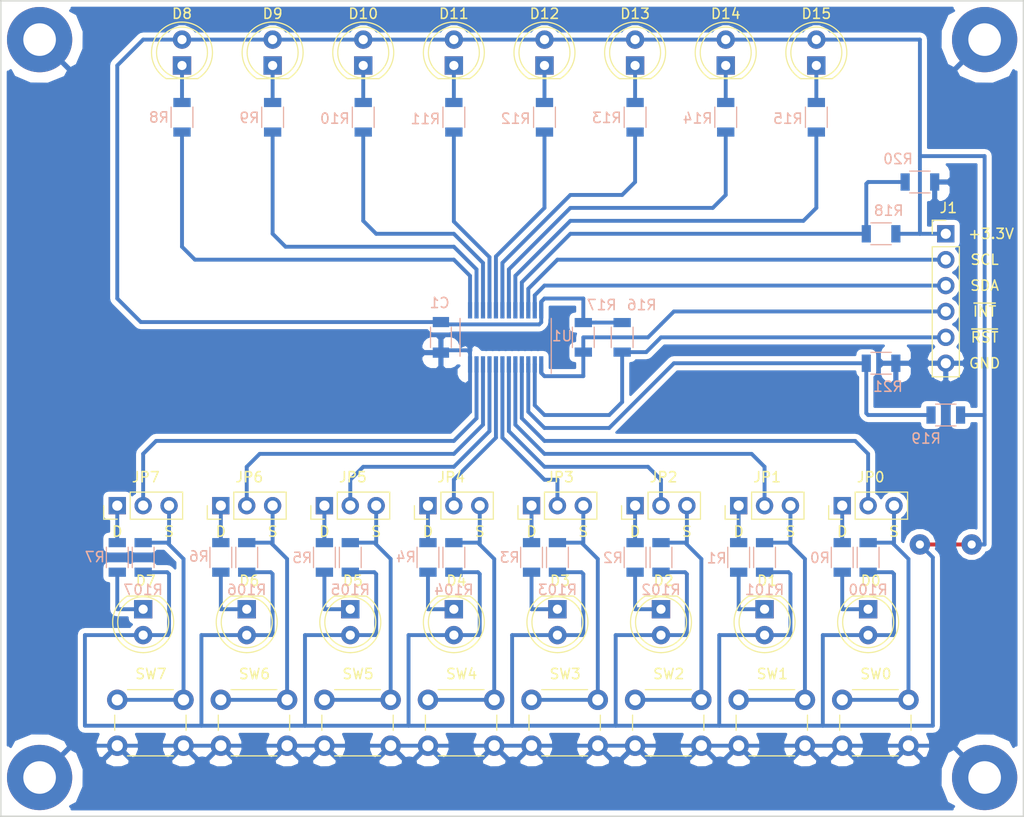
<source format=kicad_pcb>
(kicad_pcb (version 4) (host pcbnew 4.0.7+dfsg1-1)
  (title_block (title "MAX7325 Demo Board") (date 2018-04-07) (rev A) (company "Dark Engineering Initiative") (comment 1 "Author: Sam Protsenko <joe.skb7@gmail.com>"))
  (layers (0 F.Cu signal) (31 B.Cu signal) (34 B.Paste user hide) (35 F.Paste user hide) (36 B.SilkS user) (37 F.SilkS user) (38 B.Mask user hide) (39 F.Mask user hide) (44 Edge.Cuts user))
  (net 0 "")
  (net 1 +3V3)
  (net 2 GND)
  (net 3 "Net-(D0-Pad1)")
  (net 4 "Net-(D1-Pad1)")
  (net 5 "Net-(D2-Pad1)")
  (net 6 "Net-(D3-Pad1)")
  (net 7 "Net-(D4-Pad1)")
  (net 8 "Net-(D5-Pad1)")
  (net 9 "Net-(D6-Pad1)")
  (net 10 "Net-(D7-Pad1)")
  (net 11 "Net-(D8-Pad1)")
  (net 12 "Net-(D9-Pad1)")
  (net 13 "Net-(D10-Pad1)")
  (net 14 "Net-(D11-Pad1)")
  (net 15 "Net-(D12-Pad1)")
  (net 16 "Net-(D13-Pad1)")
  (net 17 "Net-(D14-Pad1)")
  (net 18 "Net-(D15-Pad1)")
  (net 19 /SCL)
  (net 20 /SDA)
  (net 21 /INT)
  (net 22 /RST)
  (net 23 "Net-(JP0-Pad1)")
  (net 24 /P0)
  (net 25 "Net-(JP0-Pad3)")
  (net 26 "Net-(JP1-Pad1)")
  (net 27 /P1)
  (net 28 "Net-(JP1-Pad3)")
  (net 29 "Net-(JP2-Pad1)")
  (net 30 /P2)
  (net 31 "Net-(JP2-Pad3)")
  (net 32 "Net-(JP3-Pad1)")
  (net 33 /P3)
  (net 34 "Net-(JP3-Pad3)")
  (net 35 "Net-(JP4-Pad1)")
  (net 36 /P4)
  (net 37 "Net-(JP4-Pad3)")
  (net 38 "Net-(JP5-Pad1)")
  (net 39 /P5)
  (net 40 "Net-(JP5-Pad3)")
  (net 41 "Net-(JP6-Pad1)")
  (net 42 /P6)
  (net 43 "Net-(JP6-Pad3)")
  (net 44 "Net-(JP7-Pad1)")
  (net 45 /P7)
  (net 46 "Net-(JP7-Pad3)")
  (net 47 /O8)
  (net 48 /O9)
  (net 49 /O10)
  (net 50 /O11)
  (net 51 /O12)
  (net 52 /O13)
  (net 53 /O14)
  (net 54 /O15)
  (net 55 "Net-(R18-Pad2)")
  (net 56 "Net-(R19-Pad2)")
  (module Pin_Headers:Pin_Header_Straight_1x06_Pitch2.54mm (layer F.Cu) (at 118.11 48.26)
    (fp_text reference J1 (at 0.254 -2.54) (layer F.SilkS))
    (fp_text value Conn_01x06)
    (pad 1 thru_hole rect (at 0 0) (size 1.7 1.7) (drill 1) (layers *.Cu *.Mask) (net 1 +3V3))
    (pad 2 thru_hole oval (at 0 2.54) (size 1.7 1.7) (drill 1) (layers *.Cu *.Mask) (net 19 /SCL))
    (pad 3 thru_hole oval (at 0 5.08) (size 1.7 1.7) (drill 1) (layers *.Cu *.Mask) (net 20 /SDA))
    (pad 4 thru_hole oval (at 0 7.62) (size 1.7 1.7) (drill 1) (layers *.Cu *.Mask) (net 21 /INT))
    (pad 5 thru_hole oval (at 0 10.16) (size 1.7 1.7) (drill 1) (layers *.Cu *.Mask) (net 22 /RST))
    (pad 6 thru_hole oval (at 0 12.7) (size 1.7 1.7) (drill 1) (layers *.Cu *.Mask) (net 2 GND))
  )
  (module Capacitors_SMD:C_1206 (layer B.Cu) (at 68.58 58.42 270)
    (fp_text reference C1 (at -3.3782 0.127 360) (layer B.SilkS) (effects (justify mirror)))
    (fp_text value 0.1uF)
    (pad 1 smd rect (at -1.5 0 270) (size 1 1.6) (layers B.Cu B.Paste B.Mask) (net 1 +3V3))
    (pad 2 smd rect (at 1.5 0 270) (size 1 1.6) (layers B.Cu B.Paste B.Mask) (net 2 GND))
  )
  (module LEDs:LED_D5.0mm (layer F.Cu) (at 110.49 85.09 270)
    (fp_text reference D0 (at -2.794 -0.254 360) (layer F.SilkS))
    (fp_text value LED)
    (pad 1 thru_hole rect (at 0 0 270) (size 1.8 1.8) (drill 0.9) (layers *.Cu *.Mask) (net 3 "Net-(D0-Pad1)"))
    (pad 2 thru_hole circle (at 2.54 0 270) (size 1.8 1.8) (drill 0.9) (layers *.Cu *.Mask) (net 1 +3V3))
  )
  (module LEDs:LED_D5.0mm (layer F.Cu) (at 100.33 85.09 270)
    (fp_text reference D1 (at -2.794 -0.254 360) (layer F.SilkS))
    (fp_text value LED)
    (pad 1 thru_hole rect (at 0 0 270) (size 1.8 1.8) (drill 0.9) (layers *.Cu *.Mask) (net 4 "Net-(D1-Pad1)"))
    (pad 2 thru_hole circle (at 2.54 0 270) (size 1.8 1.8) (drill 0.9) (layers *.Cu *.Mask) (net 1 +3V3))
  )
  (module LEDs:LED_D5.0mm (layer F.Cu) (at 90.17 85.09 270)
    (fp_text reference D2 (at -2.794 -0.254 360) (layer F.SilkS))
    (fp_text value LED)
    (pad 1 thru_hole rect (at 0 0 270) (size 1.8 1.8) (drill 0.9) (layers *.Cu *.Mask) (net 5 "Net-(D2-Pad1)"))
    (pad 2 thru_hole circle (at 2.54 0 270) (size 1.8 1.8) (drill 0.9) (layers *.Cu *.Mask) (net 1 +3V3))
  )
  (module LEDs:LED_D5.0mm (layer F.Cu) (at 80.01 85.09 270)
    (fp_text reference D3 (at -2.794 -0.254 360) (layer F.SilkS))
    (fp_text value LED)
    (pad 1 thru_hole rect (at 0 0 270) (size 1.8 1.8) (drill 0.9) (layers *.Cu *.Mask) (net 6 "Net-(D3-Pad1)"))
    (pad 2 thru_hole circle (at 2.54 0 270) (size 1.8 1.8) (drill 0.9) (layers *.Cu *.Mask) (net 1 +3V3))
  )
  (module LEDs:LED_D5.0mm (layer F.Cu) (at 69.85 85.09 270)
    (fp_text reference D4 (at -2.794 -0.254 360) (layer F.SilkS))
    (fp_text value LED)
    (pad 1 thru_hole rect (at 0 0 270) (size 1.8 1.8) (drill 0.9) (layers *.Cu *.Mask) (net 7 "Net-(D4-Pad1)"))
    (pad 2 thru_hole circle (at 2.54 0 270) (size 1.8 1.8) (drill 0.9) (layers *.Cu *.Mask) (net 1 +3V3))
  )
  (module LEDs:LED_D5.0mm (layer F.Cu) (at 59.69 85.09 270)
    (fp_text reference D5 (at -2.794 -0.254 360) (layer F.SilkS))
    (fp_text value LED)
    (pad 1 thru_hole rect (at 0 0 270) (size 1.8 1.8) (drill 0.9) (layers *.Cu *.Mask) (net 8 "Net-(D5-Pad1)"))
    (pad 2 thru_hole circle (at 2.54 0 270) (size 1.8 1.8) (drill 0.9) (layers *.Cu *.Mask) (net 1 +3V3))
  )
  (module LEDs:LED_D5.0mm (layer F.Cu) (at 49.53 85.09 270)
    (fp_text reference D6 (at -2.794 -0.254 360) (layer F.SilkS))
    (fp_text value LED)
    (pad 1 thru_hole rect (at 0 0 270) (size 1.8 1.8) (drill 0.9) (layers *.Cu *.Mask) (net 9 "Net-(D6-Pad1)"))
    (pad 2 thru_hole circle (at 2.54 0 270) (size 1.8 1.8) (drill 0.9) (layers *.Cu *.Mask) (net 1 +3V3))
  )
  (module LEDs:LED_D5.0mm (layer F.Cu) (at 39.37 85.09 270)
    (fp_text reference D7 (at -2.794 -0.254 360) (layer F.SilkS))
    (fp_text value LED)
    (pad 1 thru_hole rect (at 0 0 270) (size 1.8 1.8) (drill 0.9) (layers *.Cu *.Mask) (net 10 "Net-(D7-Pad1)"))
    (pad 2 thru_hole circle (at 2.54 0 270) (size 1.8 1.8) (drill 0.9) (layers *.Cu *.Mask) (net 1 +3V3))
  )
  (module LEDs:LED_D5.0mm (layer F.Cu) (at 43.18 31.75 90)
    (fp_text reference D8 (at 5.08 0 180) (layer F.SilkS))
    (fp_text value LED)
    (pad 1 thru_hole rect (at 0 0 90) (size 1.8 1.8) (drill 0.9) (layers *.Cu *.Mask) (net 11 "Net-(D8-Pad1)"))
    (pad 2 thru_hole circle (at 2.54 0 90) (size 1.8 1.8) (drill 0.9) (layers *.Cu *.Mask) (net 1 +3V3))
  )
  (module LEDs:LED_D5.0mm (layer F.Cu) (at 52.07 31.75 90)
    (fp_text reference D9 (at 5.08 0 180) (layer F.SilkS))
    (fp_text value LED)
    (pad 1 thru_hole rect (at 0 0 90) (size 1.8 1.8) (drill 0.9) (layers *.Cu *.Mask) (net 12 "Net-(D9-Pad1)"))
    (pad 2 thru_hole circle (at 2.54 0 90) (size 1.8 1.8) (drill 0.9) (layers *.Cu *.Mask) (net 1 +3V3))
  )
  (module LEDs:LED_D5.0mm (layer F.Cu) (at 60.96 31.75 90)
    (fp_text reference D10 (at 5.08 0 180) (layer F.SilkS))
    (fp_text value LED)
    (pad 1 thru_hole rect (at 0 0 90) (size 1.8 1.8) (drill 0.9) (layers *.Cu *.Mask) (net 13 "Net-(D10-Pad1)"))
    (pad 2 thru_hole circle (at 2.54 0 90) (size 1.8 1.8) (drill 0.9) (layers *.Cu *.Mask) (net 1 +3V3))
  )
  (module LEDs:LED_D5.0mm (layer F.Cu) (at 69.85 31.75 90)
    (fp_text reference D11 (at 5.08 0 180) (layer F.SilkS))
    (fp_text value LED)
    (pad 1 thru_hole rect (at 0 0 90) (size 1.8 1.8) (drill 0.9) (layers *.Cu *.Mask) (net 14 "Net-(D11-Pad1)"))
    (pad 2 thru_hole circle (at 2.54 0 90) (size 1.8 1.8) (drill 0.9) (layers *.Cu *.Mask) (net 1 +3V3))
  )
  (module LEDs:LED_D5.0mm (layer F.Cu) (at 78.74 31.75 90)
    (fp_text reference D12 (at 5.08 0 180) (layer F.SilkS))
    (fp_text value LED)
    (pad 1 thru_hole rect (at 0 0 90) (size 1.8 1.8) (drill 0.9) (layers *.Cu *.Mask) (net 15 "Net-(D12-Pad1)"))
    (pad 2 thru_hole circle (at 2.54 0 90) (size 1.8 1.8) (drill 0.9) (layers *.Cu *.Mask) (net 1 +3V3))
  )
  (module LEDs:LED_D5.0mm (layer F.Cu) (at 87.63 31.75 90)
    (fp_text reference D13 (at 5.08 0 180) (layer F.SilkS))
    (fp_text value LED)
    (pad 1 thru_hole rect (at 0 0 90) (size 1.8 1.8) (drill 0.9) (layers *.Cu *.Mask) (net 16 "Net-(D13-Pad1)"))
    (pad 2 thru_hole circle (at 2.54 0 90) (size 1.8 1.8) (drill 0.9) (layers *.Cu *.Mask) (net 1 +3V3))
  )
  (module LEDs:LED_D5.0mm (layer F.Cu) (at 96.52 31.75 90)
    (fp_text reference D14 (at 5.08 0 180) (layer F.SilkS))
    (fp_text value LED)
    (pad 1 thru_hole rect (at 0 0 90) (size 1.8 1.8) (drill 0.9) (layers *.Cu *.Mask) (net 17 "Net-(D14-Pad1)"))
    (pad 2 thru_hole circle (at 2.54 0 90) (size 1.8 1.8) (drill 0.9) (layers *.Cu *.Mask) (net 1 +3V3))
  )
  (module LEDs:LED_D5.0mm (layer F.Cu) (at 105.41 31.75 90)
    (fp_text reference D15 (at 5.08 0 180) (layer F.SilkS))
    (fp_text value LED)
    (pad 1 thru_hole rect (at 0 0 90) (size 1.8 1.8) (drill 0.9) (layers *.Cu *.Mask) (net 18 "Net-(D15-Pad1)"))
    (pad 2 thru_hole circle (at 2.54 0 90) (size 1.8 1.8) (drill 0.9) (layers *.Cu *.Mask) (net 1 +3V3))
  )
  (module Pin_Headers:Pin_Header_Straight_1x03_Pitch2.54mm (layer F.Cu) (at 107.95 74.93 90)
    (fp_text reference JP0 (at 2.794 2.794 180) (layer F.SilkS))
    (fp_text value Jumper_NC_Dual)
    (pad 1 thru_hole rect (at 0 0 90) (size 1.7 1.7) (drill 1) (layers *.Cu *.Mask) (net 23 "Net-(JP0-Pad1)"))
    (pad 2 thru_hole oval (at 0 2.54 90) (size 1.7 1.7) (drill 1) (layers *.Cu *.Mask) (net 24 /P0))
    (pad 3 thru_hole oval (at 0 5.08 90) (size 1.7 1.7) (drill 1) (layers *.Cu *.Mask) (net 25 "Net-(JP0-Pad3)"))
  )
  (module Pin_Headers:Pin_Header_Straight_1x03_Pitch2.54mm (layer F.Cu) (at 97.79 74.93 90)
    (fp_text reference JP1 (at 2.794 2.794 180) (layer F.SilkS))
    (fp_text value Jumper_NC_Dual)
    (pad 1 thru_hole rect (at 0 0 90) (size 1.7 1.7) (drill 1) (layers *.Cu *.Mask) (net 26 "Net-(JP1-Pad1)"))
    (pad 2 thru_hole oval (at 0 2.54 90) (size 1.7 1.7) (drill 1) (layers *.Cu *.Mask) (net 27 /P1))
    (pad 3 thru_hole oval (at 0 5.08 90) (size 1.7 1.7) (drill 1) (layers *.Cu *.Mask) (net 28 "Net-(JP1-Pad3)"))
  )
  (module Pin_Headers:Pin_Header_Straight_1x03_Pitch2.54mm (layer F.Cu) (at 87.63 74.93 90)
    (fp_text reference JP2 (at 2.794 2.794 180) (layer F.SilkS))
    (fp_text value Jumper_NC_Dual)
    (pad 1 thru_hole rect (at 0 0 90) (size 1.7 1.7) (drill 1) (layers *.Cu *.Mask) (net 29 "Net-(JP2-Pad1)"))
    (pad 2 thru_hole oval (at 0 2.54 90) (size 1.7 1.7) (drill 1) (layers *.Cu *.Mask) (net 30 /P2))
    (pad 3 thru_hole oval (at 0 5.08 90) (size 1.7 1.7) (drill 1) (layers *.Cu *.Mask) (net 31 "Net-(JP2-Pad3)"))
  )
  (module Pin_Headers:Pin_Header_Straight_1x03_Pitch2.54mm (layer F.Cu) (at 77.47 74.93 90)
    (fp_text reference JP3 (at 2.794 2.794 180) (layer F.SilkS))
    (fp_text value Jumper_NC_Dual)
    (pad 1 thru_hole rect (at 0 0 90) (size 1.7 1.7) (drill 1) (layers *.Cu *.Mask) (net 32 "Net-(JP3-Pad1)"))
    (pad 2 thru_hole oval (at 0 2.54 90) (size 1.7 1.7) (drill 1) (layers *.Cu *.Mask) (net 33 /P3))
    (pad 3 thru_hole oval (at 0 5.08 90) (size 1.7 1.7) (drill 1) (layers *.Cu *.Mask) (net 34 "Net-(JP3-Pad3)"))
  )
  (module Pin_Headers:Pin_Header_Straight_1x03_Pitch2.54mm (layer F.Cu) (at 67.31 74.93 90)
    (fp_text reference JP4 (at 2.794 2.286 180) (layer F.SilkS))
    (fp_text value Jumper_NC_Dual)
    (pad 1 thru_hole rect (at 0 0 90) (size 1.7 1.7) (drill 1) (layers *.Cu *.Mask) (net 35 "Net-(JP4-Pad1)"))
    (pad 2 thru_hole oval (at 0 2.54 90) (size 1.7 1.7) (drill 1) (layers *.Cu *.Mask) (net 36 /P4))
    (pad 3 thru_hole oval (at 0 5.08 90) (size 1.7 1.7) (drill 1) (layers *.Cu *.Mask) (net 37 "Net-(JP4-Pad3)"))
  )
  (module Pin_Headers:Pin_Header_Straight_1x03_Pitch2.54mm (layer F.Cu) (at 57.15 74.93 90)
    (fp_text reference JP5 (at 2.794 2.794 180) (layer F.SilkS))
    (fp_text value Jumper_NC_Dual)
    (pad 1 thru_hole rect (at 0 0 90) (size 1.7 1.7) (drill 1) (layers *.Cu *.Mask) (net 38 "Net-(JP5-Pad1)"))
    (pad 2 thru_hole oval (at 0 2.54 90) (size 1.7 1.7) (drill 1) (layers *.Cu *.Mask) (net 39 /P5))
    (pad 3 thru_hole oval (at 0 5.08 90) (size 1.7 1.7) (drill 1) (layers *.Cu *.Mask) (net 40 "Net-(JP5-Pad3)"))
  )
  (module Pin_Headers:Pin_Header_Straight_1x03_Pitch2.54mm (layer F.Cu) (at 46.99 74.93 90)
    (fp_text reference JP6 (at 2.794 2.794 180) (layer F.SilkS))
    (fp_text value Jumper_NC_Dual)
    (pad 1 thru_hole rect (at 0 0 90) (size 1.7 1.7) (drill 1) (layers *.Cu *.Mask) (net 41 "Net-(JP6-Pad1)"))
    (pad 2 thru_hole oval (at 0 2.54 90) (size 1.7 1.7) (drill 1) (layers *.Cu *.Mask) (net 42 /P6))
    (pad 3 thru_hole oval (at 0 5.08 90) (size 1.7 1.7) (drill 1) (layers *.Cu *.Mask) (net 43 "Net-(JP6-Pad3)"))
  )
  (module Pin_Headers:Pin_Header_Straight_1x03_Pitch2.54mm (layer F.Cu) (at 36.83 74.93 90)
    (fp_text reference JP7 (at 2.794 2.794 180) (layer F.SilkS))
    (fp_text value Jumper_NC_Dual)
    (pad 1 thru_hole rect (at 0 0 90) (size 1.7 1.7) (drill 1) (layers *.Cu *.Mask) (net 44 "Net-(JP7-Pad1)"))
    (pad 2 thru_hole oval (at 0 2.54 90) (size 1.7 1.7) (drill 1) (layers *.Cu *.Mask) (net 45 /P7))
    (pad 3 thru_hole oval (at 0 5.08 90) (size 1.7 1.7) (drill 1) (layers *.Cu *.Mask) (net 46 "Net-(JP7-Pad3)"))
  )
  (module Mounting_Holes:MountingHole_3.2mm_M3_Pad (layer F.Cu) (at 29.21 29.21)
    (fp_text reference MK1 hide)
    (fp_text value Mounting_Hole_PAD)
    (pad 1 thru_hole circle (at 0 0) (size 6.4 6.4) (drill 3.2) (layers *.Cu *.Mask) (net 2 GND))
  )
  (module Mounting_Holes:MountingHole_3.2mm_M3_Pad (layer F.Cu) (at 121.92 29.21)
    (fp_text reference MK2 hide)
    (fp_text value Mounting_Hole_PAD)
    (pad 1 thru_hole circle (at 0 0) (size 6.4 6.4) (drill 3.2) (layers *.Cu *.Mask) (net 2 GND))
  )
  (module Mounting_Holes:MountingHole_3.2mm_M3_Pad (layer F.Cu) (at 29.21 101.6)
    (fp_text reference MK3 hide)
    (fp_text value Mounting_Hole_PAD)
    (pad 1 thru_hole circle (at 0 0) (size 6.4 6.4) (drill 3.2) (layers *.Cu *.Mask) (net 2 GND))
  )
  (module Mounting_Holes:MountingHole_3.2mm_M3_Pad (layer F.Cu) (at 121.92 101.6)
    (fp_text reference MK4 hide)
    (fp_text value Mounting_Hole_PAD)
    (pad 1 thru_hole circle (at 0 0) (size 6.4 6.4) (drill 3.2) (layers *.Cu *.Mask) (net 2 GND))
  )
  (module Resistors_SMD:R_1206 (layer B.Cu) (at 107.95 80.01 270)
    (fp_text reference R0 (at 0.0381 2.1844 360) (layer B.SilkS) (effects (justify mirror)))
    (fp_text value 220R)
    (pad 1 smd rect (at -1.45 0 270) (size 0.9 1.7) (layers B.Cu B.Paste B.Mask) (net 23 "Net-(JP0-Pad1)"))
    (pad 2 smd rect (at 1.45 0 270) (size 0.9 1.7) (layers B.Cu B.Paste B.Mask) (net 3 "Net-(D0-Pad1)"))
  )
  (module Resistors_SMD:R_1206 (layer B.Cu) (at 97.79 80.01 270)
    (fp_text reference R1 (at 0.0762 2.159 360) (layer B.SilkS) (effects (justify mirror)))
    (fp_text value 220R)
    (pad 1 smd rect (at -1.45 0 270) (size 0.9 1.7) (layers B.Cu B.Paste B.Mask) (net 26 "Net-(JP1-Pad1)"))
    (pad 2 smd rect (at 1.45 0 270) (size 0.9 1.7) (layers B.Cu B.Paste B.Mask) (net 4 "Net-(D1-Pad1)"))
  )
  (module Resistors_SMD:R_1206 (layer B.Cu) (at 87.63 80.01 270)
    (fp_text reference R2 (at 0.0381 2.1717 360) (layer B.SilkS) (effects (justify mirror)))
    (fp_text value 220R)
    (pad 1 smd rect (at -1.45 0 270) (size 0.9 1.7) (layers B.Cu B.Paste B.Mask) (net 29 "Net-(JP2-Pad1)"))
    (pad 2 smd rect (at 1.45 0 270) (size 0.9 1.7) (layers B.Cu B.Paste B.Mask) (net 5 "Net-(D2-Pad1)"))
  )
  (module Resistors_SMD:R_1206 (layer B.Cu) (at 77.47 80.01 270)
    (fp_text reference R3 (at 0 2.1463 360) (layer B.SilkS) (effects (justify mirror)))
    (fp_text value 220R)
    (pad 1 smd rect (at -1.45 0 270) (size 0.9 1.7) (layers B.Cu B.Paste B.Mask) (net 32 "Net-(JP3-Pad1)"))
    (pad 2 smd rect (at 1.45 0 270) (size 0.9 1.7) (layers B.Cu B.Paste B.Mask) (net 6 "Net-(D3-Pad1)"))
  )
  (module Resistors_SMD:R_1206 (layer B.Cu) (at 67.31 80.01 270)
    (fp_text reference R4 (at -0.0381 2.159 360) (layer B.SilkS) (effects (justify mirror)))
    (fp_text value 220R)
    (pad 1 smd rect (at -1.45 0 270) (size 0.9 1.7) (layers B.Cu B.Paste B.Mask) (net 35 "Net-(JP4-Pad1)"))
    (pad 2 smd rect (at 1.45 0 270) (size 0.9 1.7) (layers B.Cu B.Paste B.Mask) (net 7 "Net-(D4-Pad1)"))
  )
  (module Resistors_SMD:R_1206 (layer B.Cu) (at 57.15 80.01 270)
    (fp_text reference R5 (at 0.0381 2.1717 360) (layer B.SilkS) (effects (justify mirror)))
    (fp_text value 220R)
    (pad 1 smd rect (at -1.45 0 270) (size 0.9 1.7) (layers B.Cu B.Paste B.Mask) (net 38 "Net-(JP5-Pad1)"))
    (pad 2 smd rect (at 1.45 0 270) (size 0.9 1.7) (layers B.Cu B.Paste B.Mask) (net 8 "Net-(D5-Pad1)"))
  )
  (module Resistors_SMD:R_1206 (layer B.Cu) (at 46.99 80.01 270)
    (fp_text reference R6 (at -0.1016 2.1463 360) (layer B.SilkS) (effects (justify mirror)))
    (fp_text value 220R)
    (pad 1 smd rect (at -1.45 0 270) (size 0.9 1.7) (layers B.Cu B.Paste B.Mask) (net 41 "Net-(JP6-Pad1)"))
    (pad 2 smd rect (at 1.45 0 270) (size 0.9 1.7) (layers B.Cu B.Paste B.Mask) (net 9 "Net-(D6-Pad1)"))
  )
  (module Resistors_SMD:R_1206 (layer B.Cu) (at 36.83 80.01 270)
    (fp_text reference R7 (at -0.0381 2.1971 360) (layer B.SilkS) (effects (justify mirror)))
    (fp_text value 220R)
    (pad 1 smd rect (at -1.45 0 270) (size 0.9 1.7) (layers B.Cu B.Paste B.Mask) (net 44 "Net-(JP7-Pad1)"))
    (pad 2 smd rect (at 1.45 0 270) (size 0.9 1.7) (layers B.Cu B.Paste B.Mask) (net 10 "Net-(D7-Pad1)"))
  )
  (module Resistors_SMD:R_1206 (layer B.Cu) (at 43.18 36.83 90)
    (fp_text reference R8 (at -0.0127 -2.2606 180) (layer B.SilkS) (effects (justify mirror)))
    (fp_text value 220R)
    (pad 1 smd rect (at -1.45 0 90) (size 0.9 1.7) (layers B.Cu B.Paste B.Mask) (net 47 /O8))
    (pad 2 smd rect (at 1.45 0 90) (size 0.9 1.7) (layers B.Cu B.Paste B.Mask) (net 11 "Net-(D8-Pad1)"))
  )
  (module Resistors_SMD:R_1206 (layer B.Cu) (at 52.07 36.83 90)
    (fp_text reference R9 (at -0.0508 -2.2733 180) (layer B.SilkS) (effects (justify mirror)))
    (fp_text value 220R)
    (pad 1 smd rect (at -1.45 0 90) (size 0.9 1.7) (layers B.Cu B.Paste B.Mask) (net 48 /O9))
    (pad 2 smd rect (at 1.45 0 90) (size 0.9 1.7) (layers B.Cu B.Paste B.Mask) (net 12 "Net-(D9-Pad1)"))
  )
  (module Resistors_SMD:R_1206 (layer B.Cu) (at 60.96 36.83 90)
    (fp_text reference R10 (at -0.127 -2.7813 180) (layer B.SilkS) (effects (justify mirror)))
    (fp_text value 220R)
    (pad 1 smd rect (at -1.45 0 90) (size 0.9 1.7) (layers B.Cu B.Paste B.Mask) (net 49 /O10))
    (pad 2 smd rect (at 1.45 0 90) (size 0.9 1.7) (layers B.Cu B.Paste B.Mask) (net 13 "Net-(D10-Pad1)"))
  )
  (module Resistors_SMD:R_1206 (layer B.Cu) (at 69.85 36.83 90)
    (fp_text reference R11 (at -0.16256 -2.794 180) (layer B.SilkS) (effects (justify mirror)))
    (fp_text value 220R)
    (pad 1 smd rect (at -1.45 0 90) (size 0.9 1.7) (layers B.Cu B.Paste B.Mask) (net 50 /O11))
    (pad 2 smd rect (at 1.45 0 90) (size 0.9 1.7) (layers B.Cu B.Paste B.Mask) (net 14 "Net-(D11-Pad1)"))
  )
  (module Resistors_SMD:R_1206 (layer B.Cu) (at 78.74 36.83 90)
    (fp_text reference R12 (at -0.13462 -2.82702 180) (layer B.SilkS) (effects (justify mirror)))
    (fp_text value 220R)
    (pad 1 smd rect (at -1.45 0 90) (size 0.9 1.7) (layers B.Cu B.Paste B.Mask) (net 51 /O12))
    (pad 2 smd rect (at 1.45 0 90) (size 0.9 1.7) (layers B.Cu B.Paste B.Mask) (net 15 "Net-(D12-Pad1)"))
  )
  (module Resistors_SMD:R_1206 (layer B.Cu) (at 87.63 36.83 90)
    (fp_text reference R13 (at -0.0508 -2.77622 180) (layer B.SilkS) (effects (justify mirror)))
    (fp_text value 220R)
    (pad 1 smd rect (at -1.45 0 90) (size 0.9 1.7) (layers B.Cu B.Paste B.Mask) (net 52 /O13))
    (pad 2 smd rect (at 1.45 0 90) (size 0.9 1.7) (layers B.Cu B.Paste B.Mask) (net 16 "Net-(D13-Pad1)"))
  )
  (module Resistors_SMD:R_1206 (layer B.Cu) (at 96.52 36.83 90)
    (fp_text reference R14 (at -0.10668 -2.75336 180) (layer B.SilkS) (effects (justify mirror)))
    (fp_text value 220R)
    (pad 1 smd rect (at -1.45 0 90) (size 0.9 1.7) (layers B.Cu B.Paste B.Mask) (net 53 /O14))
    (pad 2 smd rect (at 1.45 0 90) (size 0.9 1.7) (layers B.Cu B.Paste B.Mask) (net 17 "Net-(D14-Pad1)"))
  )
  (module Resistors_SMD:R_1206 (layer B.Cu) (at 105.41 36.83 90)
    (fp_text reference R15 (at -0.13462 -2.78638 180) (layer B.SilkS) (effects (justify mirror)))
    (fp_text value 220R)
    (pad 1 smd rect (at -1.45 0 90) (size 0.9 1.7) (layers B.Cu B.Paste B.Mask) (net 54 /O15))
    (pad 2 smd rect (at 1.45 0 90) (size 0.9 1.7) (layers B.Cu B.Paste B.Mask) (net 18 "Net-(D15-Pad1)"))
  )
  (module Resistors_SMD:R_1206 (layer B.Cu) (at 86.36 58.42 270)
    (fp_text reference R16 (at -3.175 -1.9177 360) (layer B.SilkS) (effects (justify mirror)))
    (fp_text value 10k)
    (pad 1 smd rect (at -1.45 0 270) (size 0.9 1.7) (layers B.Cu B.Paste B.Mask) (net 1 +3V3))
    (pad 2 smd rect (at 1.45 0 270) (size 0.9 1.7) (layers B.Cu B.Paste B.Mask) (net 22 /RST))
  )
  (module Resistors_SMD:R_1206 (layer B.Cu) (at 82.55 58.42 270)
    (fp_text reference R17 (at -3.175 -1.8034 360) (layer B.SilkS) (effects (justify mirror)))
    (fp_text value 10k)
    (pad 1 smd rect (at -1.45 0 270) (size 0.9 1.7) (layers B.Cu B.Paste B.Mask) (net 1 +3V3))
    (pad 2 smd rect (at 1.45 0 270) (size 0.9 1.7) (layers B.Cu B.Paste B.Mask) (net 21 /INT))
  )
  (module Resistors_SMD:R_1206 (layer B.Cu) (at 111.76 48.26 180)
    (fp_text reference R18 (at -0.7493 2.2733 180) (layer B.SilkS) (effects (justify mirror)))
    (fp_text value 0R)
    (pad 1 smd rect (at -1.45 0 180) (size 0.9 1.7) (layers B.Cu B.Paste B.Mask) (net 1 +3V3))
    (pad 2 smd rect (at 1.45 0 180) (size 0.9 1.7) (layers B.Cu B.Paste B.Mask) (net 55 "Net-(R18-Pad2)"))
  )
  (module Resistors_SMD:R_1206 (layer B.Cu) (at 118.11 66.04 180)
    (fp_text reference R19 (at 1.93548 -2.30124 180) (layer B.SilkS) (effects (justify mirror)))
    (fp_text value 0R)
    (pad 1 smd rect (at -1.45 0 180) (size 0.9 1.7) (layers B.Cu B.Paste B.Mask) (net 1 +3V3))
    (pad 2 smd rect (at 1.45 0 180) (size 0.9 1.7) (layers B.Cu B.Paste B.Mask) (net 56 "Net-(R19-Pad2)"))
  )
  (module Resistors_SMD:R_1206 (layer B.Cu) (at 115.57 43.18)
    (fp_text reference R20 (at -2.1463 -2.2606) (layer B.SilkS) (effects (justify mirror)))
    (fp_text value 0R)
    (pad 1 smd rect (at -1.45 0) (size 0.9 1.7) (layers B.Cu B.Paste B.Mask) (net 55 "Net-(R18-Pad2)"))
    (pad 2 smd rect (at 1.45 0) (size 0.9 1.7) (layers B.Cu B.Paste B.Mask) (net 2 GND))
  )
  (module Resistors_SMD:R_1206 (layer B.Cu) (at 111.76 60.96)
    (fp_text reference R21 (at 0.67056 2.29616) (layer B.SilkS) (effects (justify mirror)))
    (fp_text value 0R)
    (pad 1 smd rect (at -1.45 0) (size 0.9 1.7) (layers B.Cu B.Paste B.Mask) (net 56 "Net-(R19-Pad2)"))
    (pad 2 smd rect (at 1.45 0) (size 0.9 1.7) (layers B.Cu B.Paste B.Mask) (net 2 GND))
  )
  (module Buttons_Switches_THT:SW_PUSH_6mm (layer F.Cu) (at 107.95 93.98)
    (fp_text reference SW0 (at 3.302 -2.54) (layer F.SilkS))
    (fp_text value SW_Push)
    (pad 2 thru_hole circle (at 0 4.5 90) (size 2 2) (drill 1.1) (layers *.Cu *.Mask) (net 2 GND))
    (pad 1 thru_hole circle (at 0 0 90) (size 2 2) (drill 1.1) (layers *.Cu *.Mask) (net 25 "Net-(JP0-Pad3)"))
    (pad 2 thru_hole circle (at 6.5 4.5 90) (size 2 2) (drill 1.1) (layers *.Cu *.Mask) (net 2 GND))
    (pad 1 thru_hole circle (at 6.5 0 90) (size 2 2) (drill 1.1) (layers *.Cu *.Mask) (net 25 "Net-(JP0-Pad3)"))
  )
  (module Buttons_Switches_THT:SW_PUSH_6mm (layer F.Cu) (at 97.79 93.98)
    (fp_text reference SW1 (at 3.302 -2.54) (layer F.SilkS))
    (fp_text value SW_Push)
    (pad 2 thru_hole circle (at 0 4.5 90) (size 2 2) (drill 1.1) (layers *.Cu *.Mask) (net 2 GND))
    (pad 1 thru_hole circle (at 0 0 90) (size 2 2) (drill 1.1) (layers *.Cu *.Mask) (net 28 "Net-(JP1-Pad3)"))
    (pad 2 thru_hole circle (at 6.5 4.5 90) (size 2 2) (drill 1.1) (layers *.Cu *.Mask) (net 2 GND))
    (pad 1 thru_hole circle (at 6.5 0 90) (size 2 2) (drill 1.1) (layers *.Cu *.Mask) (net 28 "Net-(JP1-Pad3)"))
  )
  (module Buttons_Switches_THT:SW_PUSH_6mm (layer F.Cu) (at 87.63 93.98)
    (fp_text reference SW2 (at 3.302 -2.54) (layer F.SilkS))
    (fp_text value SW_Push)
    (pad 2 thru_hole circle (at 0 4.5 90) (size 2 2) (drill 1.1) (layers *.Cu *.Mask) (net 2 GND))
    (pad 1 thru_hole circle (at 0 0 90) (size 2 2) (drill 1.1) (layers *.Cu *.Mask) (net 31 "Net-(JP2-Pad3)"))
    (pad 2 thru_hole circle (at 6.5 4.5 90) (size 2 2) (drill 1.1) (layers *.Cu *.Mask) (net 2 GND))
    (pad 1 thru_hole circle (at 6.5 0 90) (size 2 2) (drill 1.1) (layers *.Cu *.Mask) (net 31 "Net-(JP2-Pad3)"))
  )
  (module Buttons_Switches_THT:SW_PUSH_6mm (layer F.Cu) (at 77.47 93.98)
    (fp_text reference SW3 (at 3.302 -2.54) (layer F.SilkS))
    (fp_text value SW_Push)
    (pad 2 thru_hole circle (at 0 4.5 90) (size 2 2) (drill 1.1) (layers *.Cu *.Mask) (net 2 GND))
    (pad 1 thru_hole circle (at 0 0 90) (size 2 2) (drill 1.1) (layers *.Cu *.Mask) (net 34 "Net-(JP3-Pad3)"))
    (pad 2 thru_hole circle (at 6.5 4.5 90) (size 2 2) (drill 1.1) (layers *.Cu *.Mask) (net 2 GND))
    (pad 1 thru_hole circle (at 6.5 0 90) (size 2 2) (drill 1.1) (layers *.Cu *.Mask) (net 34 "Net-(JP3-Pad3)"))
  )
  (module Buttons_Switches_THT:SW_PUSH_6mm (layer F.Cu) (at 67.31 93.98)
    (fp_text reference SW4 (at 3.302 -2.54) (layer F.SilkS))
    (fp_text value SW_Push)
    (pad 2 thru_hole circle (at 0 4.5 90) (size 2 2) (drill 1.1) (layers *.Cu *.Mask) (net 2 GND))
    (pad 1 thru_hole circle (at 0 0 90) (size 2 2) (drill 1.1) (layers *.Cu *.Mask) (net 37 "Net-(JP4-Pad3)"))
    (pad 2 thru_hole circle (at 6.5 4.5 90) (size 2 2) (drill 1.1) (layers *.Cu *.Mask) (net 2 GND))
    (pad 1 thru_hole circle (at 6.5 0 90) (size 2 2) (drill 1.1) (layers *.Cu *.Mask) (net 37 "Net-(JP4-Pad3)"))
  )
  (module Buttons_Switches_THT:SW_PUSH_6mm (layer F.Cu) (at 57.15 93.98)
    (fp_text reference SW5 (at 3.302 -2.54) (layer F.SilkS))
    (fp_text value SW_Push)
    (pad 2 thru_hole circle (at 0 4.5 90) (size 2 2) (drill 1.1) (layers *.Cu *.Mask) (net 2 GND))
    (pad 1 thru_hole circle (at 0 0 90) (size 2 2) (drill 1.1) (layers *.Cu *.Mask) (net 40 "Net-(JP5-Pad3)"))
    (pad 2 thru_hole circle (at 6.5 4.5 90) (size 2 2) (drill 1.1) (layers *.Cu *.Mask) (net 2 GND))
    (pad 1 thru_hole circle (at 6.5 0 90) (size 2 2) (drill 1.1) (layers *.Cu *.Mask) (net 40 "Net-(JP5-Pad3)"))
  )
  (module Buttons_Switches_THT:SW_PUSH_6mm (layer F.Cu) (at 46.99 93.98)
    (fp_text reference SW6 (at 3.302 -2.54) (layer F.SilkS))
    (fp_text value SW_Push)
    (pad 2 thru_hole circle (at 0 4.5 90) (size 2 2) (drill 1.1) (layers *.Cu *.Mask) (net 2 GND))
    (pad 1 thru_hole circle (at 0 0 90) (size 2 2) (drill 1.1) (layers *.Cu *.Mask) (net 43 "Net-(JP6-Pad3)"))
    (pad 2 thru_hole circle (at 6.5 4.5 90) (size 2 2) (drill 1.1) (layers *.Cu *.Mask) (net 2 GND))
    (pad 1 thru_hole circle (at 6.5 0 90) (size 2 2) (drill 1.1) (layers *.Cu *.Mask) (net 43 "Net-(JP6-Pad3)"))
  )
  (module Buttons_Switches_THT:SW_PUSH_6mm (layer F.Cu) (at 36.83 93.98)
    (fp_text reference SW7 (at 3.302 -2.54) (layer F.SilkS))
    (fp_text value SW_Push)
    (pad 2 thru_hole circle (at 0 4.5 90) (size 2 2) (drill 1.1) (layers *.Cu *.Mask) (net 2 GND))
    (pad 1 thru_hole circle (at 0 0 90) (size 2 2) (drill 1.1) (layers *.Cu *.Mask) (net 46 "Net-(JP7-Pad3)"))
    (pad 2 thru_hole circle (at 6.5 4.5 90) (size 2 2) (drill 1.1) (layers *.Cu *.Mask) (net 2 GND))
    (pad 1 thru_hole circle (at 6.5 0 90) (size 2 2) (drill 1.1) (layers *.Cu *.Mask) (net 46 "Net-(JP7-Pad3)"))
  )
  (module Housings_SSOP:QSOP-24_3.9x8.7mm_Pitch0.635mm (layer B.Cu) (at 74.93 58.42 90)
    (fp_text reference U1 (at 0.127 5.5372 180) (layer B.SilkS) (effects (justify mirror)))
    (fp_text value MAX7325AEG+)
    (pad 17 smd rect (at 2.6543 -0.9525 90) (size 1.6 0.41) (layers B.Cu B.Paste B.Mask) (net 51 /O12))
    (pad 18 smd rect (at 2.6543 -0.3175 90) (size 1.6 0.41) (layers B.Cu B.Paste B.Mask) (net 52 /O13))
    (pad 8 smd rect (at -2.6543 -0.9525 90) (size 1.6 0.41) (layers B.Cu B.Paste B.Mask) (net 36 /P4))
    (pad 7 smd rect (at -2.6543 -0.3175 90) (size 1.6 0.41) (layers B.Cu B.Paste B.Mask) (net 33 /P3))
    (pad 20 smd rect (at 2.6543 0.9525 90) (size 1.6 0.41) (layers B.Cu B.Paste B.Mask) (net 54 /O15))
    (pad 19 smd rect (at 2.6543 0.3175 90) (size 1.6 0.41) (layers B.Cu B.Paste B.Mask) (net 53 /O14))
    (pad 6 smd rect (at -2.6543 0.3175 90) (size 1.6 0.41) (layers B.Cu B.Paste B.Mask) (net 30 /P2))
    (pad 5 smd rect (at -2.6543 0.9525 90) (size 1.6 0.41) (layers B.Cu B.Paste B.Mask) (net 27 /P1))
    (pad 1 smd rect (at -2.6543 3.4925 90) (size 1.6 0.41) (layers B.Cu B.Paste B.Mask) (net 21 /INT))
    (pad 2 smd rect (at -2.6543 2.8575 90) (size 1.6 0.41) (layers B.Cu B.Paste B.Mask) (net 22 /RST))
    (pad 3 smd rect (at -2.6543 2.2225 90) (size 1.6 0.41) (layers B.Cu B.Paste B.Mask) (net 56 "Net-(R19-Pad2)"))
    (pad 4 smd rect (at -2.6543 1.5875 90) (size 1.6 0.41) (layers B.Cu B.Paste B.Mask) (net 24 /P0))
    (pad 9 smd rect (at -2.6543 -1.5875 90) (size 1.6 0.41) (layers B.Cu B.Paste B.Mask) (net 39 /P5))
    (pad 10 smd rect (at -2.6543 -2.2225 90) (size 1.6 0.41) (layers B.Cu B.Paste B.Mask) (net 42 /P6))
    (pad 11 smd rect (at -2.6543 -2.8575 90) (size 1.6 0.41) (layers B.Cu B.Paste B.Mask) (net 45 /P7))
    (pad 12 smd rect (at -2.6543 -3.4925 90) (size 1.6 0.41) (layers B.Cu B.Paste B.Mask) (net 2 GND))
    (pad 13 smd rect (at 2.6543 -3.4925 90) (size 1.6 0.41) (layers B.Cu B.Paste B.Mask) (net 47 /O8))
    (pad 14 smd rect (at 2.6543 -2.8575 90) (size 1.6 0.41) (layers B.Cu B.Paste B.Mask) (net 48 /O9))
    (pad 15 smd rect (at 2.6543 -2.2225 90) (size 1.6 0.41) (layers B.Cu B.Paste B.Mask) (net 49 /O10))
    (pad 16 smd rect (at 2.6543 -1.5875 90) (size 1.6 0.41) (layers B.Cu B.Paste B.Mask) (net 50 /O11))
    (pad 21 smd rect (at 2.6543 1.5875 90) (size 1.6 0.41) (layers B.Cu B.Paste B.Mask) (net 55 "Net-(R18-Pad2)"))
    (pad 22 smd rect (at 2.6543 2.2225 90) (size 1.6 0.41) (layers B.Cu B.Paste B.Mask) (net 19 /SCL))
    (pad 23 smd rect (at 2.6543 2.8575 90) (size 1.6 0.41) (layers B.Cu B.Paste B.Mask) (net 20 /SDA))
    (pad 24 smd rect (at 2.6543 3.4925 90) (size 1.6 0.41) (layers B.Cu B.Paste B.Mask) (net 1 +3V3))
  )
  (module Resistors_SMD:R_1206 (layer B.Cu) (at 110.49 80.01 90)
    (fp_text reference R100 (at -3.175 0 180) (layer B.SilkS) (effects (justify mirror)))
    (fp_text value 10k)
    (pad 1 smd rect (at -1.45 0 90) (size 0.9 1.7) (layers B.Cu B.Paste B.Mask) (net 1 +3V3))
    (pad 2 smd rect (at 1.45 0 90) (size 0.9 1.7) (layers B.Cu B.Paste B.Mask) (net 25 "Net-(JP0-Pad3)"))
  )
  (module Resistors_SMD:R_1206 (layer B.Cu) (at 100.33 80.01 90)
    (fp_text reference R101 (at -3.175 0 180) (layer B.SilkS) (effects (justify mirror)))
    (fp_text value 10k)
    (pad 1 smd rect (at -1.45 0 90) (size 0.9 1.7) (layers B.Cu B.Paste B.Mask) (net 1 +3V3))
    (pad 2 smd rect (at 1.45 0 90) (size 0.9 1.7) (layers B.Cu B.Paste B.Mask) (net 28 "Net-(JP1-Pad3)"))
  )
  (module Resistors_SMD:R_1206 (layer B.Cu) (at 90.17 80.01 90)
    (fp_text reference R102 (at -3.175 0 180) (layer B.SilkS) (effects (justify mirror)))
    (fp_text value 10k)
    (pad 1 smd rect (at -1.45 0 90) (size 0.9 1.7) (layers B.Cu B.Paste B.Mask) (net 1 +3V3))
    (pad 2 smd rect (at 1.45 0 90) (size 0.9 1.7) (layers B.Cu B.Paste B.Mask) (net 31 "Net-(JP2-Pad3)"))
  )
  (module Resistors_SMD:R_1206 (layer B.Cu) (at 80.01 80.01 90)
    (fp_text reference R103 (at -3.175 0 180) (layer B.SilkS) (effects (justify mirror)))
    (fp_text value 10k)
    (pad 1 smd rect (at -1.45 0 90) (size 0.9 1.7) (layers B.Cu B.Paste B.Mask) (net 1 +3V3))
    (pad 2 smd rect (at 1.45 0 90) (size 0.9 1.7) (layers B.Cu B.Paste B.Mask) (net 34 "Net-(JP3-Pad3)"))
  )
  (module Resistors_SMD:R_1206 (layer B.Cu) (at 69.85 80.01 90)
    (fp_text reference R104 (at -3.175 0 180) (layer B.SilkS) (effects (justify mirror)))
    (fp_text value 10k)
    (pad 1 smd rect (at -1.45 0 90) (size 0.9 1.7) (layers B.Cu B.Paste B.Mask) (net 1 +3V3))
    (pad 2 smd rect (at 1.45 0 90) (size 0.9 1.7) (layers B.Cu B.Paste B.Mask) (net 37 "Net-(JP4-Pad3)"))
  )
  (module Resistors_SMD:R_1206 (layer B.Cu) (at 59.69 80.01 90)
    (fp_text reference R105 (at -3.175 0 180) (layer B.SilkS) (effects (justify mirror)))
    (fp_text value 10k)
    (pad 1 smd rect (at -1.45 0 90) (size 0.9 1.7) (layers B.Cu B.Paste B.Mask) (net 1 +3V3))
    (pad 2 smd rect (at 1.45 0 90) (size 0.9 1.7) (layers B.Cu B.Paste B.Mask) (net 40 "Net-(JP5-Pad3)"))
  )
  (module Resistors_SMD:R_1206 (layer B.Cu) (at 49.53 80.01 90)
    (fp_text reference R106 (at -3.175 0 180) (layer B.SilkS) (effects (justify mirror)))
    (fp_text value 10k)
    (pad 1 smd rect (at -1.45 0 90) (size 0.9 1.7) (layers B.Cu B.Paste B.Mask) (net 1 +3V3))
    (pad 2 smd rect (at 1.45 0 90) (size 0.9 1.7) (layers B.Cu B.Paste B.Mask) (net 43 "Net-(JP6-Pad3)"))
  )
  (module Resistors_SMD:R_1206 (layer B.Cu) (at 39.37 80.01 90)
    (fp_text reference R107 (at -3.175 0 180) (layer B.SilkS) (effects (justify mirror)))
    (fp_text value 10k)
    (pad 1 smd rect (at -1.45 0 90) (size 0.9 1.7) (layers B.Cu B.Paste B.Mask) (net 1 +3V3))
    (pad 2 smd rect (at 1.45 0 90) (size 0.9 1.7) (layers B.Cu B.Paste B.Mask) (net 46 "Net-(JP7-Pad3)"))
  )
  (gr_line (start 25.4 25.4) (end 125.73 25.4) (angle 90) (layer Edge.Cuts) (width 0.15))
  (gr_text S (at 113.03 77.47) (layer F.SilkS) (effects (font (size 1 1))))
  (gr_text D (at 107.95 77.47) (layer F.SilkS) (effects (font (size 1 1))))
  (gr_text S (at 102.87 77.47) (layer F.SilkS) (effects (font (size 1 1))))
  (gr_text D (at 97.79 77.47) (layer F.SilkS) (effects (font (size 1 1))))
  (gr_text S (at 92.71 77.47) (layer F.SilkS) (effects (font (size 1 1))))
  (gr_text D (at 87.63 77.47) (layer F.SilkS) (effects (font (size 1 1))))
  (gr_text S (at 82.55 77.47) (layer F.SilkS) (effects (font (size 1 1))))
  (gr_text D (at 77.47 77.47) (layer F.SilkS) (effects (font (size 1 1))))
  (gr_text S (at 72.39 77.47) (layer F.SilkS) (effects (font (size 1 1))))
  (gr_text D (at 67.31 77.47) (layer F.SilkS) (effects (font (size 1 1))))
  (gr_text S (at 62.23 77.47) (layer F.SilkS) (effects (font (size 1 1))))
  (gr_text D (at 57.15 77.47) (layer F.SilkS) (effects (font (size 1 1))))
  (gr_text S (at 52.07 77.47) (layer F.SilkS) (effects (font (size 1 1))))
  (gr_text D (at 46.99 77.47) (layer F.SilkS) (effects (font (size 1 1))))
  (gr_text S (at 41.91 77.47) (layer F.SilkS) (effects (font (size 1 1))))
  (gr_text D (at 36.83 77.47) (layer F.SilkS) (effects (font (size 1 1))))
  (gr_text GND (at 121.92 60.96) (layer F.SilkS) (effects (font (size 1 1))))
  (gr_text ~RST (at 121.92 58.42) (layer F.SilkS) (effects (font (size 1 1))))
  (gr_text ~INT (at 121.92 55.88) (layer F.SilkS) (effects (font (size 1 1))))
  (gr_text SDA (at 121.92 53.34) (layer F.SilkS) (effects (font (size 1 1))))
  (gr_text SCL (at 121.92 50.8) (layer F.SilkS) (effects (font (size 1 1))))
  (gr_text +3.3V (at 122.555 48.26) (layer F.SilkS) (effects (font (size 1 1))))
  (gr_line (start 25.4 105.41) (end 25.4 25.4) (angle 90) (layer Edge.Cuts) (width 0.15))
  (gr_line (start 125.73 105.41) (end 25.4 105.41) (angle 90) (layer Edge.Cuts) (width 0.15))
  (gr_line (start 125.73 25.4) (end 125.73 105.41) (angle 90) (layer Edge.Cuts) (width 0.15))
  (segment (start 68.58 56.92) (end 39.14 56.92) (width 0.381) (layer B.Cu) (net 1))
  (segment (start 39.37 29.21) (end 43.18 29.21) (width 0.381) (layer B.Cu) (net 1))
  (segment (start 36.83 31.75) (end 39.37 29.21) (width 0.381) (layer B.Cu) (net 1))
  (segment (start 36.83 54.61) (end 36.83 31.75) (width 0.381) (layer B.Cu) (net 1))
  (segment (start 39.14 56.92) (end 36.83 54.61) (width 0.381) (layer B.Cu) (net 1))
  (segment (start 69.85 81.46) (end 72.21 81.46) (width 0.381) (layer B.Cu) (net 1))
  (segment (start 72.39 87.63) (end 69.85 87.63) (width 0.381) (layer B.Cu) (net 1))
  (segment (start 72.39 81.64) (end 72.39 87.63) (width 0.381) (layer B.Cu) (net 1))
  (segment (start 72.21 81.46) (end 72.39 81.64) (width 0.381) (layer B.Cu) (net 1))
  (segment (start 82.55 56.97) (end 82.55 54.61) (width 0.381) (layer B.Cu) (net 1))
  (segment (start 82.55 56.97) (end 83.781 56.97) (width 0.381) (layer B.Cu) (net 1))
  (segment (start 83.781 56.97) (end 86.36 56.97) (width 0.381) (layer B.Cu) (net 1))
  (segment (start 78.4225 55.7657) (end 78.4225 54.9275) (width 0.381) (layer B.Cu) (net 1))
  (segment (start 78.74 54.61) (end 82.55 54.61) (width 0.381) (layer B.Cu) (net 1))
  (segment (start 78.4225 54.9275) (end 78.74 54.61) (width 0.381) (layer B.Cu) (net 1))
  (segment (start 120.65 78.74) (end 121.92 78.74) (width 0.381) (layer B.Cu) (net 1))
  (via (at 120.65 78.74) (size 2) (drill 0.8) (layers F.Cu B.Cu) (net 1))
  (segment (start 115.57 78.74) (end 120.65 78.74) (width 0.381) (layer F.Cu) (net 1))
  (via (at 115.57 78.74) (size 2) (drill 0.8) (layers F.Cu B.Cu) (net 1))
  (segment (start 116.84 80.01) (end 115.57 78.74) (width 0.381) (layer B.Cu) (net 1))
  (segment (start 116.84 96.52) (end 116.84 80.01) (width 0.381) (layer B.Cu) (net 1))
  (segment (start 106.045 96.52) (end 116.84 96.52) (width 0.381) (layer B.Cu) (net 1))
  (segment (start 121.92 78.74) (end 121.92 66.04) (width 0.381) (layer B.Cu) (net 1))
  (segment (start 80.01 81.46) (end 82.37 81.46) (width 0.381) (layer B.Cu) (net 1))
  (segment (start 82.55 87.63) (end 80.01 87.63) (width 0.381) (layer B.Cu) (net 1))
  (segment (start 82.55 81.64) (end 82.55 87.63) (width 0.381) (layer B.Cu) (net 1))
  (segment (start 82.37 81.46) (end 82.55 81.64) (width 0.381) (layer B.Cu) (net 1))
  (segment (start 110.49 81.46) (end 112.85 81.46) (width 0.381) (layer B.Cu) (net 1))
  (segment (start 113.03 87.63) (end 110.49 87.63) (width 0.381) (layer B.Cu) (net 1))
  (segment (start 113.03 81.64) (end 113.03 87.63) (width 0.381) (layer B.Cu) (net 1))
  (segment (start 112.85 81.46) (end 113.03 81.64) (width 0.381) (layer B.Cu) (net 1))
  (segment (start 100.33 81.46) (end 102.69 81.46) (width 0.381) (layer B.Cu) (net 1))
  (segment (start 102.87 87.63) (end 100.33 87.63) (width 0.381) (layer B.Cu) (net 1))
  (segment (start 102.87 81.64) (end 102.87 87.63) (width 0.381) (layer B.Cu) (net 1))
  (segment (start 102.69 81.46) (end 102.87 81.64) (width 0.381) (layer B.Cu) (net 1))
  (segment (start 90.17 81.46) (end 92.53 81.46) (width 0.381) (layer B.Cu) (net 1))
  (segment (start 92.71 87.63) (end 90.17 87.63) (width 0.381) (layer B.Cu) (net 1))
  (segment (start 92.71 81.64) (end 92.71 87.63) (width 0.381) (layer B.Cu) (net 1))
  (segment (start 92.53 81.46) (end 92.71 81.64) (width 0.381) (layer B.Cu) (net 1))
  (segment (start 59.69 81.46) (end 62.05 81.46) (width 0.381) (layer B.Cu) (net 1))
  (segment (start 62.23 87.63) (end 59.69 87.63) (width 0.381) (layer B.Cu) (net 1))
  (segment (start 62.23 81.64) (end 62.23 87.63) (width 0.381) (layer B.Cu) (net 1))
  (segment (start 62.05 81.46) (end 62.23 81.64) (width 0.381) (layer B.Cu) (net 1))
  (segment (start 49.53 81.46) (end 51.89 81.46) (width 0.381) (layer B.Cu) (net 1))
  (segment (start 52.07 87.63) (end 49.53 87.63) (width 0.381) (layer B.Cu) (net 1))
  (segment (start 52.07 81.64) (end 52.07 87.63) (width 0.381) (layer B.Cu) (net 1))
  (segment (start 51.89 81.46) (end 52.07 81.64) (width 0.381) (layer B.Cu) (net 1))
  (segment (start 110.49 87.63) (end 106.045 87.63) (width 0.381) (layer B.Cu) (net 1))
  (segment (start 106.045 87.63) (end 106.045 96.52) (width 0.381) (layer B.Cu) (net 1))
  (segment (start 100.33 87.63) (end 95.885 87.63) (width 0.381) (layer B.Cu) (net 1))
  (segment (start 95.885 87.63) (end 95.885 96.52) (width 0.381) (layer B.Cu) (net 1))
  (segment (start 90.17 87.63) (end 85.725 87.63) (width 0.381) (layer B.Cu) (net 1))
  (segment (start 85.725 87.63) (end 85.725 96.52) (width 0.381) (layer B.Cu) (net 1))
  (segment (start 80.01 87.63) (end 75.565 87.63) (width 0.381) (layer B.Cu) (net 1))
  (segment (start 75.565 87.63) (end 75.565 96.52) (width 0.381) (layer B.Cu) (net 1))
  (segment (start 69.85 87.63) (end 65.405 87.63) (width 0.381) (layer B.Cu) (net 1))
  (segment (start 65.405 87.63) (end 65.405 96.52) (width 0.381) (layer B.Cu) (net 1))
  (segment (start 59.69 87.63) (end 55.245 87.63) (width 0.381) (layer B.Cu) (net 1))
  (segment (start 55.245 87.63) (end 55.245 96.52) (width 0.381) (layer B.Cu) (net 1))
  (segment (start 45.085 96.52) (end 45.085 87.63) (width 0.381) (layer B.Cu) (net 1))
  (segment (start 45.085 87.63) (end 49.53 87.63) (width 0.381) (layer B.Cu) (net 1))
  (segment (start 39.37 87.63) (end 33.655 87.63) (width 0.381) (layer B.Cu) (net 1))
  (segment (start 33.655 96.52) (end 45.085 96.52) (width 0.381) (layer B.Cu) (net 1))
  (segment (start 45.085 96.52) (end 55.245 96.52) (width 0.381) (layer B.Cu) (net 1))
  (segment (start 55.245 96.52) (end 65.405 96.52) (width 0.381) (layer B.Cu) (net 1))
  (segment (start 65.405 96.52) (end 75.565 96.52) (width 0.381) (layer B.Cu) (net 1))
  (segment (start 75.565 96.52) (end 85.725 96.52) (width 0.381) (layer B.Cu) (net 1))
  (segment (start 85.725 96.52) (end 95.885 96.52) (width 0.381) (layer B.Cu) (net 1))
  (segment (start 95.885 96.52) (end 106.045 96.52) (width 0.381) (layer B.Cu) (net 1))
  (segment (start 33.655 87.63) (end 33.655 96.52) (width 0.381) (layer B.Cu) (net 1))
  (segment (start 115.57 40.64) (end 121.92 40.64) (width 0.381) (layer B.Cu) (net 1))
  (segment (start 121.92 40.64) (end 121.92 66.04) (width 0.381) (layer B.Cu) (net 1))
  (segment (start 121.92 66.04) (end 119.56 66.04) (width 0.381) (layer B.Cu) (net 1))
  (segment (start 105.41 29.21) (end 115.57 29.21) (width 0.381) (layer B.Cu) (net 1))
  (segment (start 115.57 29.21) (end 115.57 40.64) (width 0.381) (layer B.Cu) (net 1))
  (segment (start 115.57 40.64) (end 115.57 48.26) (width 0.381) (layer B.Cu) (net 1))
  (segment (start 39.37 81.46) (end 41.73 81.46) (width 0.381) (layer B.Cu) (net 1))
  (segment (start 41.73 81.46) (end 41.91 81.64) (width 0.381) (layer B.Cu) (net 1))
  (segment (start 41.91 81.64) (end 41.91 87.63) (width 0.381) (layer B.Cu) (net 1))
  (segment (start 41.91 87.63) (end 39.37 87.63) (width 0.381) (layer B.Cu) (net 1))
  (segment (start 96.52 29.21) (end 105.41 29.21) (width 0.381) (layer B.Cu) (net 1))
  (segment (start 87.63 29.21) (end 96.52 29.21) (width 0.381) (layer B.Cu) (net 1))
  (segment (start 78.74 29.21) (end 87.63 29.21) (width 0.381) (layer B.Cu) (net 1))
  (segment (start 69.85 29.21) (end 78.74 29.21) (width 0.381) (layer B.Cu) (net 1))
  (segment (start 60.96 29.21) (end 69.85 29.21) (width 0.381) (layer B.Cu) (net 1))
  (segment (start 52.07 29.21) (end 60.96 29.21) (width 0.381) (layer B.Cu) (net 1))
  (segment (start 43.18 29.21) (end 52.07 29.21) (width 0.381) (layer B.Cu) (net 1))
  (segment (start 113.21 48.26) (end 115.57 48.26) (width 0.381) (layer B.Cu) (net 1))
  (segment (start 115.57 48.26) (end 118.11 48.26) (width 0.381) (layer B.Cu) (net 1))
  (segment (start 78.4225 55.7657) (end 78.4225 56.9467) (width 0.381) (layer B.Cu) (net 1))
  (segment (start 78.4225 56.9467) (end 78.2192 57.15) (width 0.381) (layer B.Cu) (net 1))
  (segment (start 78.2192 57.15) (end 68.58 57.15) (width 0.381) (layer B.Cu) (net 1))
  (segment (start 68.58 57.15) (end 68.58 56.92) (width 0.381) (layer B.Cu) (net 1))
  (segment (start 36.83 98.48) (end 33.71 98.48) (width 0.381) (layer B.Cu) (net 2))
  (segment (start 71.4375 61.010022) (end 71.431844 61.004366) (width 0.381) (layer B.Cu) (net 2))
  (segment (start 33.71 98.48) (end 31.75 96.52) (width 0.381) (layer B.Cu) (net 2))
  (segment (start 31.75 96.52) (end 31.75 69.215) (width 0.381) (layer B.Cu) (net 2))
  (segment (start 31.75 69.215) (end 33.655 67.31) (width 0.381) (layer B.Cu) (net 2))
  (segment (start 33.655 67.31) (end 69.85 67.31) (width 0.381) (layer B.Cu) (net 2))
  (segment (start 69.85 67.31) (end 71.4375 65.7225) (width 0.381) (layer B.Cu) (net 2))
  (segment (start 71.4375 65.7225) (end 71.4375 61.010022) (width 0.381) (layer B.Cu) (net 2))
  (segment (start 118.11 98.425) (end 118.11 60.96) (width 0.381) (layer B.Cu) (net 2))
  (segment (start 114.45 98.48) (end 118.055 98.48) (width 0.381) (layer B.Cu) (net 2))
  (segment (start 118.055 98.48) (end 118.11 98.425) (width 0.381) (layer B.Cu) (net 2))
  (segment (start 117.02 43.18) (end 120.65 43.18) (width 0.381) (layer B.Cu) (net 2))
  (segment (start 120.65 43.18) (end 120.65 60.96) (width 0.381) (layer B.Cu) (net 2))
  (segment (start 120.65 60.96) (end 118.11 60.96) (width 0.381) (layer B.Cu) (net 2))
  (segment (start 104.29 98.48) (end 107.95 98.48) (width 0.381) (layer B.Cu) (net 2))
  (segment (start 107.95 98.48) (end 114.45 98.48) (width 0.381) (layer B.Cu) (net 2))
  (segment (start 94.13 98.48) (end 97.79 98.48) (width 0.381) (layer B.Cu) (net 2))
  (segment (start 83.97 98.48) (end 87.63 98.48) (width 0.381) (layer B.Cu) (net 2))
  (segment (start 73.81 98.48) (end 77.47 98.48) (width 0.381) (layer B.Cu) (net 2))
  (segment (start 63.65 98.48) (end 67.31 98.48) (width 0.381) (layer B.Cu) (net 2))
  (segment (start 53.49 98.48) (end 57.15 98.48) (width 0.381) (layer B.Cu) (net 2))
  (segment (start 43.33 98.48) (end 46.99 98.48) (width 0.381) (layer B.Cu) (net 2))
  (segment (start 97.79 98.48) (end 104.29 98.48) (width 0.381) (layer B.Cu) (net 2))
  (segment (start 87.63 98.48) (end 94.13 98.48) (width 0.381) (layer B.Cu) (net 2))
  (segment (start 77.47 98.48) (end 83.97 98.48) (width 0.381) (layer B.Cu) (net 2))
  (segment (start 67.31 98.48) (end 73.81 98.48) (width 0.381) (layer B.Cu) (net 2))
  (segment (start 57.15 98.48) (end 63.65 98.48) (width 0.381) (layer B.Cu) (net 2))
  (segment (start 46.99 98.48) (end 53.49 98.48) (width 0.381) (layer B.Cu) (net 2))
  (segment (start 36.83 98.48) (end 43.33 98.48) (width 0.381) (layer B.Cu) (net 2))
  (segment (start 118.11 60.96) (end 113.21 60.96) (width 0.381) (layer B.Cu) (net 2))
  (segment (start 71.4375 61.0743) (end 71.4375 59.8933) (width 0.381) (layer B.Cu) (net 2))
  (segment (start 71.4375 59.8933) (end 71.2342 59.69) (width 0.381) (layer B.Cu) (net 2))
  (segment (start 71.2342 59.69) (end 68.58 59.69) (width 0.381) (layer B.Cu) (net 2))
  (segment (start 68.58 59.69) (end 68.58 59.92) (width 0.381) (layer B.Cu) (net 2))
  (segment (start 107.95 81.46) (end 107.95 85.09) (width 0.381) (layer B.Cu) (net 3))
  (segment (start 107.95 85.09) (end 110.49 85.09) (width 0.381) (layer B.Cu) (net 3))
  (segment (start 97.79 81.46) (end 97.79 85.09) (width 0.381) (layer B.Cu) (net 4))
  (segment (start 97.79 85.09) (end 100.33 85.09) (width 0.381) (layer B.Cu) (net 4))
  (segment (start 87.63 81.46) (end 87.63 85.09) (width 0.381) (layer B.Cu) (net 5))
  (segment (start 87.63 85.09) (end 90.17 85.09) (width 0.381) (layer B.Cu) (net 5))
  (segment (start 77.47 81.46) (end 77.47 85.09) (width 0.381) (layer B.Cu) (net 6))
  (segment (start 77.47 85.09) (end 80.01 85.09) (width 0.381) (layer B.Cu) (net 6))
  (segment (start 67.31 81.46) (end 67.31 85.09) (width 0.381) (layer B.Cu) (net 7))
  (segment (start 67.31 85.09) (end 69.85 85.09) (width 0.381) (layer B.Cu) (net 7))
  (segment (start 57.15 81.46) (end 57.15 85.09) (width 0.381) (layer B.Cu) (net 8))
  (segment (start 57.15 85.09) (end 59.69 85.09) (width 0.381) (layer B.Cu) (net 8))
  (segment (start 46.99 81.46) (end 46.99 85.09) (width 0.381) (layer B.Cu) (net 9))
  (segment (start 46.99 85.09) (end 49.53 85.09) (width 0.381) (layer B.Cu) (net 9))
  (segment (start 36.83 81.46) (end 36.83 85.09) (width 0.381) (layer B.Cu) (net 10))
  (segment (start 36.83 85.09) (end 39.37 85.09) (width 0.381) (layer B.Cu) (net 10))
  (segment (start 43.18 35.38) (end 43.18 31.75) (width 0.381) (layer B.Cu) (net 11))
  (segment (start 52.07 35.38) (end 52.07 31.75) (width 0.381) (layer B.Cu) (net 12))
  (segment (start 60.96 35.38) (end 60.96 31.75) (width 0.381) (layer B.Cu) (net 13))
  (segment (start 69.85 35.38) (end 69.85 31.75) (width 0.381) (layer B.Cu) (net 14))
  (segment (start 78.74 35.38) (end 78.74 31.75) (width 0.381) (layer B.Cu) (net 15))
  (segment (start 87.63 35.38) (end 87.63 31.75) (width 0.381) (layer B.Cu) (net 16))
  (segment (start 96.52 35.38) (end 96.52 31.75) (width 0.381) (layer B.Cu) (net 17))
  (segment (start 105.41 35.38) (end 105.41 31.75) (width 0.381) (layer B.Cu) (net 18))
  (segment (start 77.1525 55.7657) (end 77.1525 53.6575) (width 0.381) (layer B.Cu) (net 19))
  (segment (start 80.01 50.8) (end 118.11 50.8) (width 0.381) (layer B.Cu) (net 19))
  (segment (start 77.1525 53.6575) (end 80.01 50.8) (width 0.381) (layer B.Cu) (net 19))
  (segment (start 77.7875 55.7657) (end 77.7875 54.2925) (width 0.381) (layer B.Cu) (net 20))
  (segment (start 78.74 53.34) (end 118.11 53.34) (width 0.381) (layer B.Cu) (net 20))
  (segment (start 77.7875 54.2925) (end 78.74 53.34) (width 0.381) (layer B.Cu) (net 20))
  (segment (start 88.9 58.42) (end 90.17 57.15) (width 0.381) (layer B.Cu) (net 21))
  (segment (start 82.55 58.42) (end 88.9 58.42) (width 0.381) (layer B.Cu) (net 21))
  (segment (start 82.55 59.87) (end 82.55 58.42) (width 0.381) (layer B.Cu) (net 21))
  (segment (start 82.55 59.87) (end 82.55 62.23) (width 0.381) (layer B.Cu) (net 21))
  (segment (start 78.74 62.23) (end 82.55 62.23) (width 0.381) (layer B.Cu) (net 21))
  (segment (start 78.4225 61.9125) (end 78.74 62.23) (width 0.381) (layer B.Cu) (net 21))
  (segment (start 78.4225 61.0743) (end 78.4225 61.9125) (width 0.381) (layer B.Cu) (net 21))
  (segment (start 118.11 55.88) (end 91.44 55.88) (width 0.381) (layer B.Cu) (net 21))
  (segment (start 91.44 55.88) (end 90.17 57.15) (width 0.381) (layer B.Cu) (net 21))
  (segment (start 86.36 59.87) (end 88.72 59.87) (width 0.381) (layer B.Cu) (net 22))
  (segment (start 90.17 58.42) (end 118.11 58.42) (width 0.381) (layer B.Cu) (net 22))
  (segment (start 88.72 59.87) (end 90.17 58.42) (width 0.381) (layer B.Cu) (net 22))
  (segment (start 86.36 64.77) (end 86.36 59.87) (width 0.381) (layer B.Cu) (net 22))
  (segment (start 78.74 66.04) (end 77.7875 65.0875) (width 0.381) (layer B.Cu) (net 22))
  (segment (start 86.36 64.77) (end 85.09 66.04) (width 0.381) (layer B.Cu) (net 22))
  (segment (start 85.09 66.04) (end 78.74 66.04) (width 0.381) (layer B.Cu) (net 22))
  (segment (start 77.7875 61.056414) (end 77.792863 61.051051) (width 0.381) (layer B.Cu) (net 22))
  (segment (start 77.7875 65.0875) (end 77.7875 61.056414) (width 0.381) (layer B.Cu) (net 22))
  (segment (start 107.95 74.93) (end 107.95 78.56) (width 0.381) (layer B.Cu) (net 23))
  (segment (start 76.518879 61.043089) (end 76.5175 61.044468) (width 0.381) (layer B.Cu) (net 24))
  (segment (start 76.5175 61.044468) (end 76.5175 66.3575) (width 0.381) (layer B.Cu) (net 24))
  (segment (start 76.5175 66.3575) (end 78.74 68.58) (width 0.381) (layer B.Cu) (net 24))
  (segment (start 78.74 68.58) (end 109.22 68.58) (width 0.381) (layer B.Cu) (net 24))
  (segment (start 109.22 68.58) (end 110.49 69.85) (width 0.381) (layer B.Cu) (net 24))
  (segment (start 110.49 69.85) (end 110.49 74.93) (width 0.381) (layer B.Cu) (net 24))
  (segment (start 113.03 74.93) (end 113.03 78.74) (width 0.381) (layer B.Cu) (net 25))
  (segment (start 114.45 93.98) (end 114.45 80.16) (width 0.381) (layer B.Cu) (net 25))
  (segment (start 114.45 80.16) (end 113.03 78.74) (width 0.381) (layer B.Cu) (net 25))
  (segment (start 113.03 78.74) (end 112.85 78.56) (width 0.381) (layer B.Cu) (net 25))
  (segment (start 112.85 78.56) (end 110.49 78.56) (width 0.381) (layer B.Cu) (net 25))
  (segment (start 107.95 93.98) (end 114.45 93.98) (width 0.381) (layer B.Cu) (net 25))
  (segment (start 97.79 74.93) (end 97.79 78.56) (width 0.381) (layer B.Cu) (net 26))
  (segment (start 75.881887 61.019201) (end 75.8825 61.019814) (width 0.381) (layer B.Cu) (net 27))
  (segment (start 100.33 71.12) (end 100.33 74.93) (width 0.381) (layer B.Cu) (net 27))
  (segment (start 75.8825 61.019814) (end 75.8825 66.9925) (width 0.381) (layer B.Cu) (net 27))
  (segment (start 75.8825 66.9925) (end 78.74 69.85) (width 0.381) (layer B.Cu) (net 27))
  (segment (start 78.74 69.85) (end 99.06 69.85) (width 0.381) (layer B.Cu) (net 27))
  (segment (start 99.06 69.85) (end 100.33 71.12) (width 0.381) (layer B.Cu) (net 27))
  (segment (start 102.87 74.93) (end 102.87 78.74) (width 0.381) (layer B.Cu) (net 28))
  (segment (start 104.29 93.98) (end 104.29 80.16) (width 0.381) (layer B.Cu) (net 28))
  (segment (start 104.29 80.16) (end 102.87 78.74) (width 0.381) (layer B.Cu) (net 28))
  (segment (start 102.87 78.74) (end 102.69 78.56) (width 0.381) (layer B.Cu) (net 28))
  (segment (start 102.69 78.56) (end 100.33 78.56) (width 0.381) (layer B.Cu) (net 28))
  (segment (start 97.79 93.98) (end 104.29 93.98) (width 0.381) (layer B.Cu) (net 28))
  (segment (start 87.63 74.93) (end 87.63 78.56) (width 0.381) (layer B.Cu) (net 29))
  (segment (start 75.252857 61.027164) (end 75.2475 61.032521) (width 0.381) (layer B.Cu) (net 30))
  (segment (start 90.17 72.39) (end 90.17 74.93) (width 0.381) (layer B.Cu) (net 30))
  (segment (start 75.2475 61.032521) (end 75.2475 67.6275) (width 0.381) (layer B.Cu) (net 30))
  (segment (start 75.2475 67.6275) (end 78.74 71.12) (width 0.381) (layer B.Cu) (net 30))
  (segment (start 78.74 71.12) (end 88.9 71.12) (width 0.381) (layer B.Cu) (net 30))
  (segment (start 88.9 71.12) (end 90.17 72.39) (width 0.381) (layer B.Cu) (net 30))
  (segment (start 92.71 74.93) (end 92.71 78.74) (width 0.381) (layer B.Cu) (net 31))
  (segment (start 94.13 93.98) (end 94.13 80.16) (width 0.381) (layer B.Cu) (net 31))
  (segment (start 94.13 80.16) (end 92.71 78.74) (width 0.381) (layer B.Cu) (net 31))
  (segment (start 92.71 78.74) (end 92.53 78.56) (width 0.381) (layer B.Cu) (net 31))
  (segment (start 92.53 78.56) (end 90.17 78.56) (width 0.381) (layer B.Cu) (net 31))
  (segment (start 87.63 93.98) (end 94.13 93.98) (width 0.381) (layer B.Cu) (net 31))
  (segment (start 77.47 74.93) (end 77.47 78.56) (width 0.381) (layer B.Cu) (net 32))
  (segment (start 74.608342 61.01009) (end 74.6125 61.014248) (width 0.381) (layer B.Cu) (net 33))
  (segment (start 74.6125 61.014248) (end 74.6125 68.2625) (width 0.381) (layer B.Cu) (net 33))
  (segment (start 74.6125 68.2625) (end 78.74 72.39) (width 0.381) (layer B.Cu) (net 33))
  (segment (start 78.74 72.39) (end 80.01 72.39) (width 0.381) (layer B.Cu) (net 33))
  (segment (start 80.01 72.39) (end 80.01 74.93) (width 0.381) (layer B.Cu) (net 33))
  (segment (start 82.55 74.93) (end 82.55 78.74) (width 0.381) (layer B.Cu) (net 34))
  (segment (start 83.97 93.98) (end 83.97 80.16) (width 0.381) (layer B.Cu) (net 34))
  (segment (start 83.97 80.16) (end 82.55 78.74) (width 0.381) (layer B.Cu) (net 34))
  (segment (start 82.55 78.74) (end 82.37 78.56) (width 0.381) (layer B.Cu) (net 34))
  (segment (start 82.37 78.56) (end 80.01 78.56) (width 0.381) (layer B.Cu) (net 34))
  (segment (start 77.47 93.98) (end 83.97 93.98) (width 0.381) (layer B.Cu) (net 34))
  (segment (start 67.31 74.93) (end 67.31 78.56) (width 0.381) (layer B.Cu) (net 35))
  (segment (start 73.978766 61.015813) (end 73.9775 61.017079) (width 0.381) (layer B.Cu) (net 36))
  (segment (start 73.9775 61.017079) (end 73.9775 68.2625) (width 0.381) (layer B.Cu) (net 36))
  (segment (start 73.9775 68.2625) (end 69.85 72.39) (width 0.381) (layer B.Cu) (net 36))
  (segment (start 69.85 72.39) (end 69.85 74.93) (width 0.381) (layer B.Cu) (net 36))
  (segment (start 72.39 74.93) (end 72.39 78.74) (width 0.381) (layer B.Cu) (net 37))
  (segment (start 73.81 93.98) (end 73.81 80.16) (width 0.381) (layer B.Cu) (net 37))
  (segment (start 73.81 80.16) (end 72.39 78.74) (width 0.381) (layer B.Cu) (net 37))
  (segment (start 72.39 78.74) (end 72.21 78.56) (width 0.381) (layer B.Cu) (net 37))
  (segment (start 72.21 78.56) (end 69.85 78.56) (width 0.381) (layer B.Cu) (net 37))
  (segment (start 67.31 93.98) (end 73.81 93.98) (width 0.381) (layer B.Cu) (net 37))
  (segment (start 57.15 74.93) (end 57.15 78.56) (width 0.381) (layer B.Cu) (net 38))
  (segment (start 73.337743 61.004366) (end 73.3425 61.009123) (width 0.381) (layer B.Cu) (net 39))
  (segment (start 73.3425 61.009123) (end 73.3425 67.6275) (width 0.381) (layer B.Cu) (net 39))
  (segment (start 73.3425 67.6275) (end 69.85 71.12) (width 0.381) (layer B.Cu) (net 39))
  (segment (start 69.85 71.12) (end 60.96 71.12) (width 0.381) (layer B.Cu) (net 39))
  (segment (start 60.96 71.12) (end 59.69 72.39) (width 0.381) (layer B.Cu) (net 39))
  (segment (start 59.69 72.39) (end 59.69 74.93) (width 0.381) (layer B.Cu) (net 39))
  (segment (start 62.23 74.93) (end 62.23 78.74) (width 0.381) (layer B.Cu) (net 40))
  (segment (start 63.65 93.98) (end 63.65 80.16) (width 0.381) (layer B.Cu) (net 40))
  (segment (start 63.65 80.16) (end 62.23 78.74) (width 0.381) (layer B.Cu) (net 40))
  (segment (start 62.23 78.74) (end 62.05 78.56) (width 0.381) (layer B.Cu) (net 40))
  (segment (start 62.05 78.56) (end 59.69 78.56) (width 0.381) (layer B.Cu) (net 40))
  (segment (start 57.15 93.98) (end 63.65 93.98) (width 0.381) (layer B.Cu) (net 40))
  (segment (start 46.99 74.93) (end 46.99 78.56) (width 0.381) (layer B.Cu) (net 41))
  (segment (start 72.702443 61.015813) (end 72.7075 61.02087) (width 0.381) (layer B.Cu) (net 42))
  (segment (start 50.8 69.85) (end 49.53 71.12) (width 0.381) (layer B.Cu) (net 42))
  (segment (start 72.7075 61.02087) (end 72.7075 66.9925) (width 0.381) (layer B.Cu) (net 42))
  (segment (start 72.7075 66.9925) (end 69.85 69.85) (width 0.381) (layer B.Cu) (net 42))
  (segment (start 69.85 69.85) (end 50.8 69.85) (width 0.381) (layer B.Cu) (net 42))
  (segment (start 49.53 71.12) (end 49.53 74.93) (width 0.381) (layer B.Cu) (net 42))
  (segment (start 52.07 74.93) (end 52.07 78.74) (width 0.381) (layer B.Cu) (net 43))
  (segment (start 52.07 78.74) (end 51.89 78.56) (width 0.381) (layer B.Cu) (net 43))
  (segment (start 53.49 93.98) (end 53.49 80.16) (width 0.381) (layer B.Cu) (net 43))
  (segment (start 53.49 80.16) (end 52.07 78.74) (width 0.381) (layer B.Cu) (net 43))
  (segment (start 51.89 78.56) (end 49.53 78.56) (width 0.381) (layer B.Cu) (net 43))
  (segment (start 46.99 93.98) (end 53.49 93.98) (width 0.381) (layer B.Cu) (net 43))
  (segment (start 36.83 74.93) (end 36.83 78.56) (width 0.381) (layer B.Cu) (net 44))
  (segment (start 72.072867 61.004366) (end 72.0725 61.004733) (width 0.381) (layer B.Cu) (net 45))
  (segment (start 72.0725 61.004733) (end 72.0725 66.3575) (width 0.381) (layer B.Cu) (net 45))
  (segment (start 72.0725 66.3575) (end 69.85 68.58) (width 0.381) (layer B.Cu) (net 45))
  (segment (start 69.85 68.58) (end 40.64 68.58) (width 0.381) (layer B.Cu) (net 45))
  (segment (start 40.64 68.58) (end 39.37 69.85) (width 0.381) (layer B.Cu) (net 45))
  (segment (start 39.37 69.85) (end 39.37 74.93) (width 0.381) (layer B.Cu) (net 45))
  (segment (start 43.33 93.98) (end 43.33 80.16) (width 0.381) (layer B.Cu) (net 46))
  (segment (start 43.33 80.16) (end 41.91 78.74) (width 0.381) (layer B.Cu) (net 46))
  (segment (start 41.91 74.93) (end 41.91 78.74) (width 0.381) (layer B.Cu) (net 46))
  (segment (start 41.91 78.74) (end 41.73 78.56) (width 0.381) (layer B.Cu) (net 46))
  (segment (start 41.73 78.56) (end 39.37 78.56) (width 0.381) (layer B.Cu) (net 46))
  (segment (start 36.83 93.98) (end 43.33 93.98) (width 0.381) (layer B.Cu) (net 46))
  (segment (start 43.18 49.53) (end 43.18 38.28) (width 0.381) (layer B.Cu) (net 47))
  (segment (start 44.45 50.8) (end 43.18 49.53) (width 0.381) (layer B.Cu) (net 47))
  (segment (start 69.85 50.8) (end 44.45 50.8) (width 0.381) (layer B.Cu) (net 47))
  (segment (start 71.4375 52.3875) (end 69.85 50.8) (width 0.381) (layer B.Cu) (net 47))
  (segment (start 71.4375 55.7657) (end 71.4375 52.3875) (width 0.381) (layer B.Cu) (net 47))
  (segment (start 72.0725 55.7657) (end 72.0725 51.7525) (width 0.381) (layer B.Cu) (net 48))
  (segment (start 52.07 48.26) (end 52.07 38.28) (width 0.381) (layer B.Cu) (net 48))
  (segment (start 53.34 49.53) (end 52.07 48.26) (width 0.381) (layer B.Cu) (net 48))
  (segment (start 69.85 49.53) (end 53.34 49.53) (width 0.381) (layer B.Cu) (net 48))
  (segment (start 72.0725 51.7525) (end 69.85 49.53) (width 0.381) (layer B.Cu) (net 48))
  (segment (start 72.7075 55.7657) (end 72.7075 51.1175) (width 0.381) (layer B.Cu) (net 49))
  (segment (start 60.96 46.99) (end 60.96 38.28) (width 0.381) (layer B.Cu) (net 49))
  (segment (start 62.23 48.26) (end 60.96 46.99) (width 0.381) (layer B.Cu) (net 49))
  (segment (start 69.85 48.26) (end 62.23 48.26) (width 0.381) (layer B.Cu) (net 49))
  (segment (start 72.7075 51.1175) (end 69.85 48.26) (width 0.381) (layer B.Cu) (net 49))
  (segment (start 73.3425 55.7657) (end 73.3425 50.549595) (width 0.381) (layer B.Cu) (net 50))
  (segment (start 73.3425 50.549595) (end 69.85 47.057095) (width 0.381) (layer B.Cu) (net 50))
  (segment (start 69.85 47.057095) (end 69.85 38.28) (width 0.381) (layer B.Cu) (net 50))
  (segment (start 73.9775 55.7657) (end 73.9775 50.4825) (width 0.381) (layer B.Cu) (net 51))
  (segment (start 78.74 45.72) (end 78.74 38.28) (width 0.381) (layer B.Cu) (net 51))
  (segment (start 73.9775 50.4825) (end 78.74 45.72) (width 0.381) (layer B.Cu) (net 51))
  (segment (start 74.6125 55.7657) (end 74.6125 51.1175) (width 0.381) (layer B.Cu) (net 52))
  (segment (start 87.63 43.18) (end 87.63 38.28) (width 0.381) (layer B.Cu) (net 52))
  (segment (start 86.36 44.45) (end 87.63 43.18) (width 0.381) (layer B.Cu) (net 52))
  (segment (start 81.28 44.45) (end 86.36 44.45) (width 0.381) (layer B.Cu) (net 52))
  (segment (start 74.6125 51.1175) (end 81.28 44.45) (width 0.381) (layer B.Cu) (net 52))
  (segment (start 75.2475 55.7657) (end 75.2475 51.7525) (width 0.381) (layer B.Cu) (net 53))
  (segment (start 96.52 44.45) (end 96.52 38.28) (width 0.381) (layer B.Cu) (net 53))
  (segment (start 95.25 45.72) (end 96.52 44.45) (width 0.381) (layer B.Cu) (net 53))
  (segment (start 81.28 45.72) (end 95.25 45.72) (width 0.381) (layer B.Cu) (net 53))
  (segment (start 75.2475 51.7525) (end 81.28 45.72) (width 0.381) (layer B.Cu) (net 53))
  (segment (start 75.8825 55.7657) (end 75.8825 52.3875) (width 0.381) (layer B.Cu) (net 54))
  (segment (start 105.41 45.72) (end 105.41 38.28) (width 0.381) (layer B.Cu) (net 54))
  (segment (start 104.14 46.99) (end 105.41 45.72) (width 0.381) (layer B.Cu) (net 54))
  (segment (start 81.28 46.99) (end 104.14 46.99) (width 0.381) (layer B.Cu) (net 54))
  (segment (start 75.8825 52.3875) (end 81.28 46.99) (width 0.381) (layer B.Cu) (net 54))
  (segment (start 76.5175 55.7657) (end 76.5175 53.0225) (width 0.381) (layer B.Cu) (net 55))
  (segment (start 81.28 48.26) (end 110.31 48.26) (width 0.381) (layer B.Cu) (net 55))
  (segment (start 76.5175 53.0225) (end 81.28 48.26) (width 0.381) (layer B.Cu) (net 55))
  (segment (start 114.12 43.18) (end 110.49 43.18) (width 0.381) (layer B.Cu) (net 55))
  (segment (start 110.31 43.36) (end 110.31 48.26) (width 0.381) (layer B.Cu) (net 55))
  (segment (start 110.49 43.18) (end 110.31 43.36) (width 0.381) (layer B.Cu) (net 55))
  (segment (start 85.09 67.31) (end 91.44 60.96) (width 0.381) (layer B.Cu) (net 56))
  (segment (start 78.74 67.31) (end 85.09 67.31) (width 0.381) (layer B.Cu) (net 56))
  (segment (start 77.1525 65.7225) (end 78.74 67.31) (width 0.381) (layer B.Cu) (net 56))
  (segment (start 110.31 60.96) (end 91.44 60.96) (width 0.381) (layer B.Cu) (net 56))
  (segment (start 77.1525 65.7225) (end 77.1525 61.055643) (width 0.381) (layer B.Cu) (net 56))
  (segment (start 77.147908 61.051051) (end 77.1525 61.055643) (width 0.381) (layer B.Cu) (net 56))
  (segment (start 116.66 66.04) (end 110.49 66.04) (width 0.381) (layer B.Cu) (net 56))
  (segment (start 110.31 65.86) (end 110.31 60.96) (width 0.381) (layer B.Cu) (net 56))
  (segment (start 110.49 66.04) (end 110.31 65.86) (width 0.381) (layer B.Cu) (net 56))
  (zone (net 2) (net_name GND) (layer B.Cu) (connect_pads (clearance 0.508)) (min_thickness 0.254) (fill yes (arc_segments 16) (thermal_gap 1.016) (thermal_bridge_width 0.508))
    (polygon (pts (xy 125.73 105.41) (xy 25.4 105.41) (xy 25.4 25.4) (xy 125.73 25.4)))
  )
)
</source>
